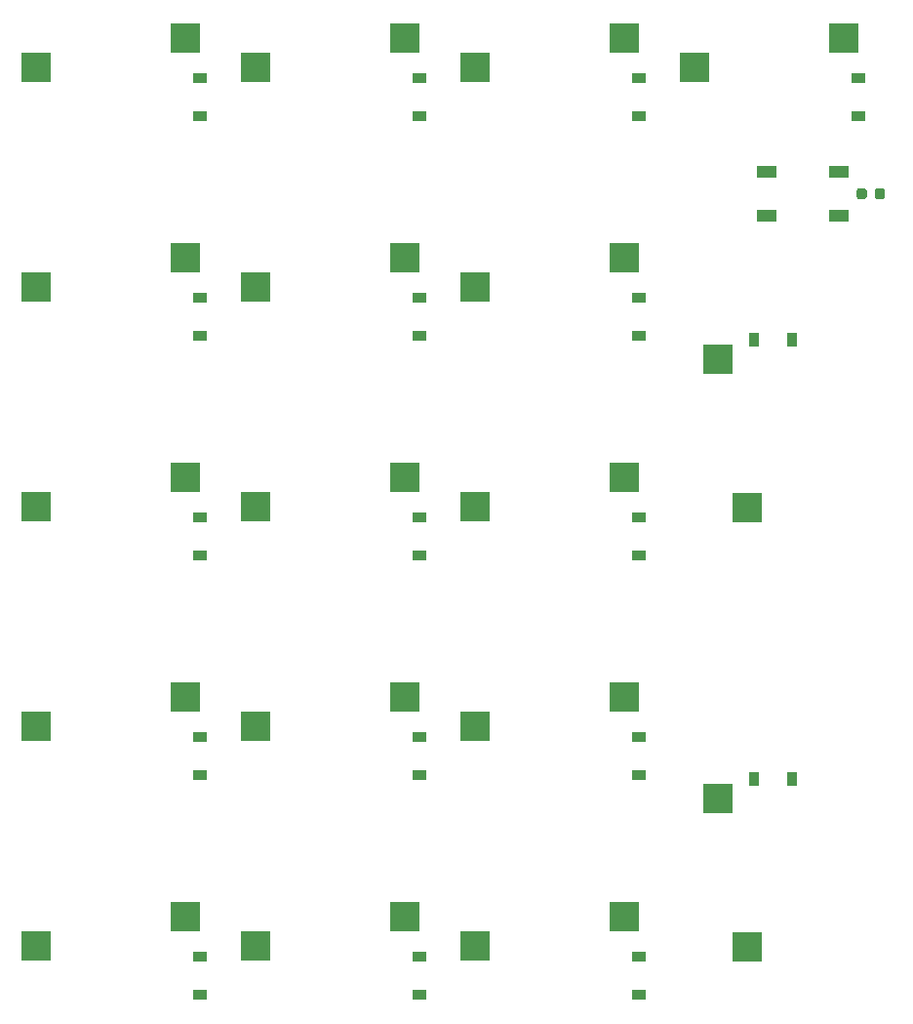
<source format=gbr>
G04 #@! TF.GenerationSoftware,KiCad,Pcbnew,(5.1.6)-1*
G04 #@! TF.CreationDate,2020-09-28T23:28:13+08:00*
G04 #@! TF.ProjectId,Hami,48616d69-2e6b-4696-9361-645f70636258,rev?*
G04 #@! TF.SameCoordinates,Original*
G04 #@! TF.FileFunction,Paste,Bot*
G04 #@! TF.FilePolarity,Positive*
%FSLAX46Y46*%
G04 Gerber Fmt 4.6, Leading zero omitted, Abs format (unit mm)*
G04 Created by KiCad (PCBNEW (5.1.6)-1) date 2020-09-28 23:28:13*
%MOMM*%
%LPD*%
G01*
G04 APERTURE LIST*
%ADD10R,2.550000X2.500000*%
%ADD11R,2.500000X2.550000*%
%ADD12R,1.700000X1.000000*%
%ADD13R,1.200000X0.900000*%
%ADD14R,0.900000X1.200000*%
G04 APERTURE END LIST*
D10*
X161417000Y-96520000D03*
X148490000Y-99060000D03*
X142367000Y-96520000D03*
X129440000Y-99060000D03*
X161417000Y-77470000D03*
X148490000Y-80010000D03*
X142367000Y-58420000D03*
X129440000Y-60960000D03*
X161417000Y-58420000D03*
X148490000Y-60960000D03*
D11*
X172085000Y-137260000D03*
X169545000Y-124333000D03*
X172085000Y-99160000D03*
X169545000Y-86233000D03*
D10*
X180467000Y-58420000D03*
X167540000Y-60960000D03*
X161417000Y-134620000D03*
X148490000Y-137160000D03*
X161417000Y-115570000D03*
X148490000Y-118110000D03*
X142367000Y-134620000D03*
X129440000Y-137160000D03*
X142367000Y-115570000D03*
X129440000Y-118110000D03*
X142367000Y-77470000D03*
X129440000Y-80010000D03*
X123317000Y-134620000D03*
X110390000Y-137160000D03*
X123317000Y-115570000D03*
X110390000Y-118110000D03*
X123317000Y-96520000D03*
X110390000Y-99060000D03*
X123317000Y-77470000D03*
X110390000Y-80010000D03*
X123317000Y-58420000D03*
X110390000Y-60960000D03*
D12*
X173761000Y-73781999D03*
X180061000Y-73781999D03*
X173761000Y-69981999D03*
X180061000Y-69981999D03*
D13*
X143668750Y-138050000D03*
X143668750Y-141350000D03*
G36*
G01*
X184028900Y-71651150D02*
X184028900Y-72163650D01*
G75*
G02*
X183810150Y-72382400I-218750J0D01*
G01*
X183372650Y-72382400D01*
G75*
G02*
X183153900Y-72163650I0J218750D01*
G01*
X183153900Y-71651150D01*
G75*
G02*
X183372650Y-71432400I218750J0D01*
G01*
X183810150Y-71432400D01*
G75*
G02*
X184028900Y-71651150I0J-218750D01*
G01*
G37*
G36*
G01*
X182453900Y-71651150D02*
X182453900Y-72163650D01*
G75*
G02*
X182235150Y-72382400I-218750J0D01*
G01*
X181797650Y-72382400D01*
G75*
G02*
X181578900Y-72163650I0J218750D01*
G01*
X181578900Y-71651150D01*
G75*
G02*
X181797650Y-71432400I218750J0D01*
G01*
X182235150Y-71432400D01*
G75*
G02*
X182453900Y-71651150I0J-218750D01*
G01*
G37*
D14*
X172657500Y-122682000D03*
X175957500Y-122682000D03*
X172657500Y-84582000D03*
X175957500Y-84582000D03*
D13*
X181768750Y-61850000D03*
X181768750Y-65150000D03*
X162718750Y-138050000D03*
X162718750Y-141350000D03*
X162718750Y-119000000D03*
X162718750Y-122300000D03*
X162718750Y-99950000D03*
X162718750Y-103250000D03*
X162718750Y-80900000D03*
X162718750Y-84200000D03*
X162718750Y-61850000D03*
X162718750Y-65150000D03*
X143668750Y-119000000D03*
X143668750Y-122300000D03*
X143668750Y-99950000D03*
X143668750Y-103250000D03*
X143668750Y-80900000D03*
X143668750Y-84200000D03*
X143668750Y-61850000D03*
X143668750Y-65150000D03*
X124618750Y-138050000D03*
X124618750Y-141350000D03*
X124618750Y-119000000D03*
X124618750Y-122300000D03*
X124618750Y-99950000D03*
X124618750Y-103250000D03*
X124618750Y-80900000D03*
X124618750Y-84200000D03*
X124618750Y-61850000D03*
X124618750Y-65150000D03*
M02*

</source>
